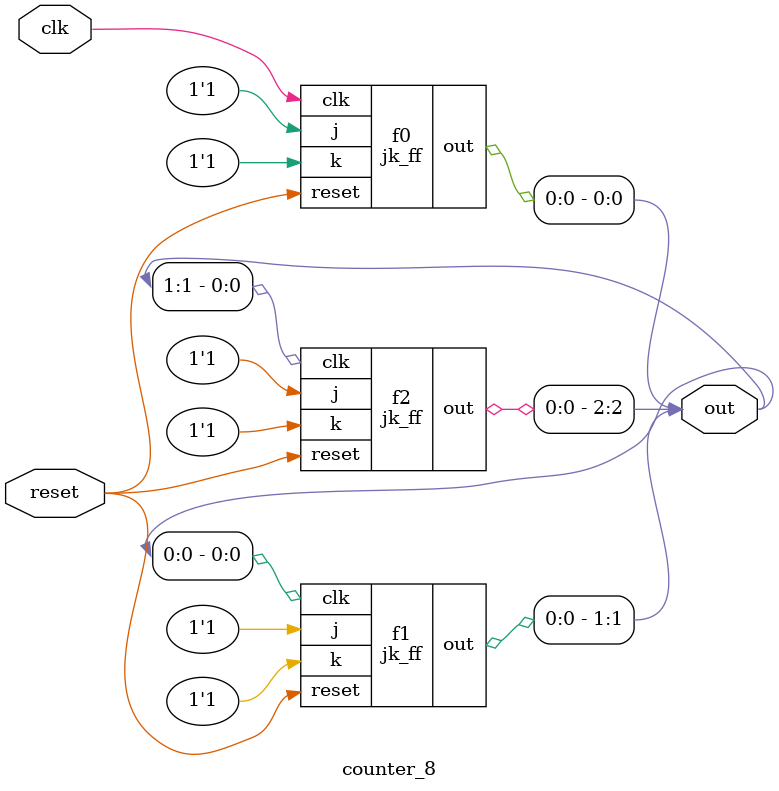
<source format=v>

module jk_ff(output reg out,
             input j, k , clk, reset);

always @(posedge reset or negedge clk)
begin
    if (reset)
    out <= 1'b0;
    else
    begin
    case ({j,k})
        2'b00: out <= out;
        2'b01: out <= 1'b0;
        2'b10: out <= 1'b1;
        2'b11: out <= ~out;
    endcase
    end
end

endmodule

module counter_8(output [2:0]out,
                 input clk, reset);

jk_ff f0(out[0], 1'b1, 1'b1, clk, reset);
jk_ff f1(out[1], 1'b1, 1'b1, out[0], reset);
jk_ff f2(out[2], 1'b1, 1'b1, out[1], reset);


endmodule
</source>
